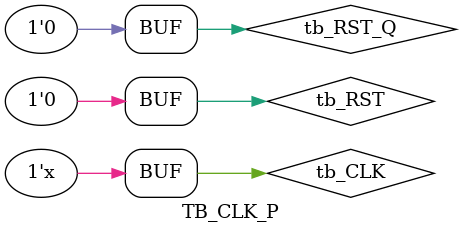
<source format=v>
module TB_CLK_P();

reg tb_CLK;
reg tb_RST;
reg tb_TC_TIMEBASE;
reg tb_RST_Q;
reg tb_TC_2;
reg tb_TC_10;
reg [3:0] Q;

CLK_P DUT (
    .CLK(tb_CLK),
    .RST(tb_RST),
    .TC_TIMEBASE(tb_TC_TIMEBASE),
    .RST_Q(tb_RST_Q),
    .TC_2(tb_TC_2),
    .TC_10(tb_TC_10)
);

always begin
    #5 tb_CLK <= ~tb_CLK;
end

initial begin
    tb_RST <= 1'b1;
    #113 tb_RST <= 1'b0;
    tb_RST_Q <= 1'b1;
    #1209 tb_RST_Q <= 1'b0;
end

always @(posedge tb_CLK) begin
    if (tb_RST) begin
        Q <= 4'b0;
        tb_TC_TIMEBASE <= 1'b0;
    end else begin
        if (Q < 9) begin
            Q <= Q + 1;
            tb_TC_TIMEBASE <= 1'b0;
        end else begin
            Q <= 4'b0;
            tb_TC_TIMEBASE <= 1'b1;
        end
    end
end

endmodule
</source>
